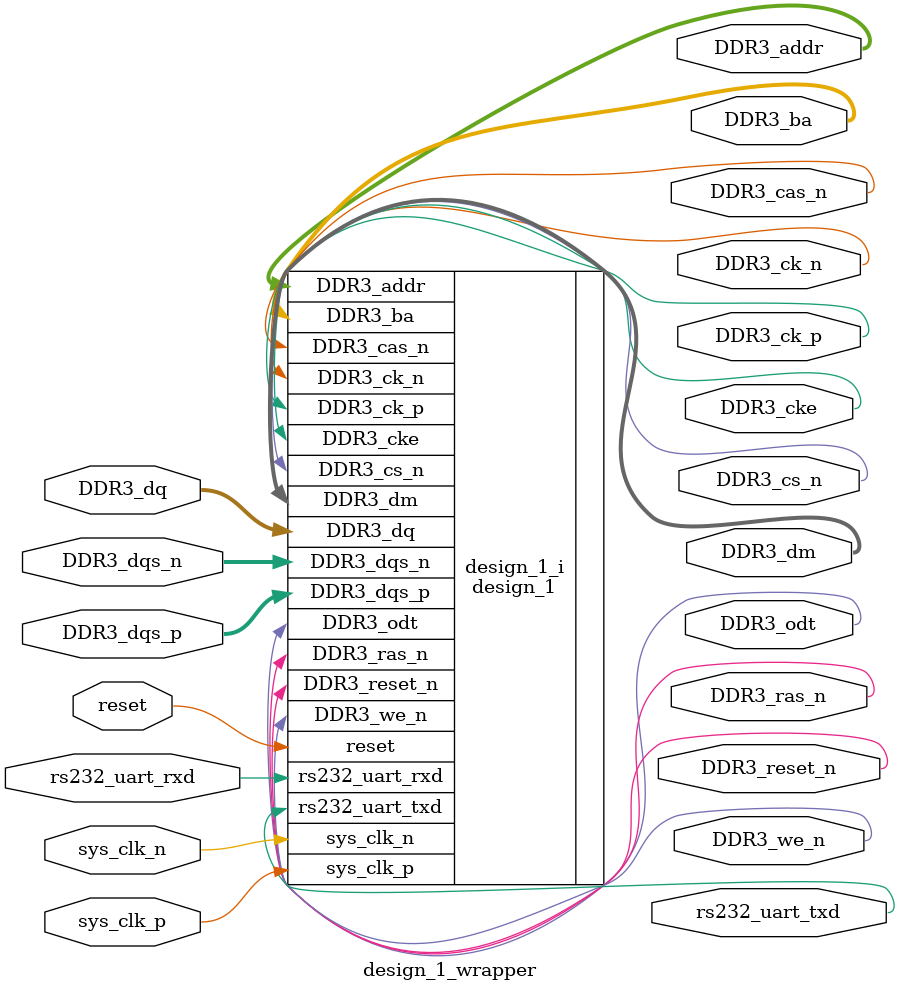
<source format=v>
`timescale 1 ps / 1 ps

module design_1_wrapper
   (DDR3_addr,
    DDR3_ba,
    DDR3_cas_n,
    DDR3_ck_n,
    DDR3_ck_p,
    DDR3_cke,
    DDR3_cs_n,
    DDR3_dm,
    DDR3_dq,
    DDR3_dqs_n,
    DDR3_dqs_p,
    DDR3_odt,
    DDR3_ras_n,
    DDR3_reset_n,
    DDR3_we_n,
    reset,
    rs232_uart_rxd,
    rs232_uart_txd,
    sys_clk_n,
    sys_clk_p);
  output [13:0]DDR3_addr;
  output [2:0]DDR3_ba;
  output DDR3_cas_n;
  output [0:0]DDR3_ck_n;
  output [0:0]DDR3_ck_p;
  output [0:0]DDR3_cke;
  output [0:0]DDR3_cs_n;
  output [7:0]DDR3_dm;
  inout [63:0]DDR3_dq;
  inout [7:0]DDR3_dqs_n;
  inout [7:0]DDR3_dqs_p;
  output [0:0]DDR3_odt;
  output DDR3_ras_n;
  output DDR3_reset_n;
  output DDR3_we_n;
  input reset;
  input rs232_uart_rxd;
  output rs232_uart_txd;
  input sys_clk_n;
  input sys_clk_p;

  wire [13:0]DDR3_addr;
  wire [2:0]DDR3_ba;
  wire DDR3_cas_n;
  wire [0:0]DDR3_ck_n;
  wire [0:0]DDR3_ck_p;
  wire [0:0]DDR3_cke;
  wire [0:0]DDR3_cs_n;
  wire [7:0]DDR3_dm;
  wire [63:0]DDR3_dq;
  wire [7:0]DDR3_dqs_n;
  wire [7:0]DDR3_dqs_p;
  wire [0:0]DDR3_odt;
  wire DDR3_ras_n;
  wire DDR3_reset_n;
  wire DDR3_we_n;
  wire reset;
  wire rs232_uart_rxd;
  wire rs232_uart_txd;
  wire sys_clk_n;
  wire sys_clk_p;

  design_1 design_1_i
       (.DDR3_addr(DDR3_addr),
        .DDR3_ba(DDR3_ba),
        .DDR3_cas_n(DDR3_cas_n),
        .DDR3_ck_n(DDR3_ck_n),
        .DDR3_ck_p(DDR3_ck_p),
        .DDR3_cke(DDR3_cke),
        .DDR3_cs_n(DDR3_cs_n),
        .DDR3_dm(DDR3_dm),
        .DDR3_dq(DDR3_dq),
        .DDR3_dqs_n(DDR3_dqs_n),
        .DDR3_dqs_p(DDR3_dqs_p),
        .DDR3_odt(DDR3_odt),
        .DDR3_ras_n(DDR3_ras_n),
        .DDR3_reset_n(DDR3_reset_n),
        .DDR3_we_n(DDR3_we_n),
        .reset(reset),
        .rs232_uart_rxd(rs232_uart_rxd),
        .rs232_uart_txd(rs232_uart_txd),
        .sys_clk_n(sys_clk_n),
        .sys_clk_p(sys_clk_p));
endmodule

</source>
